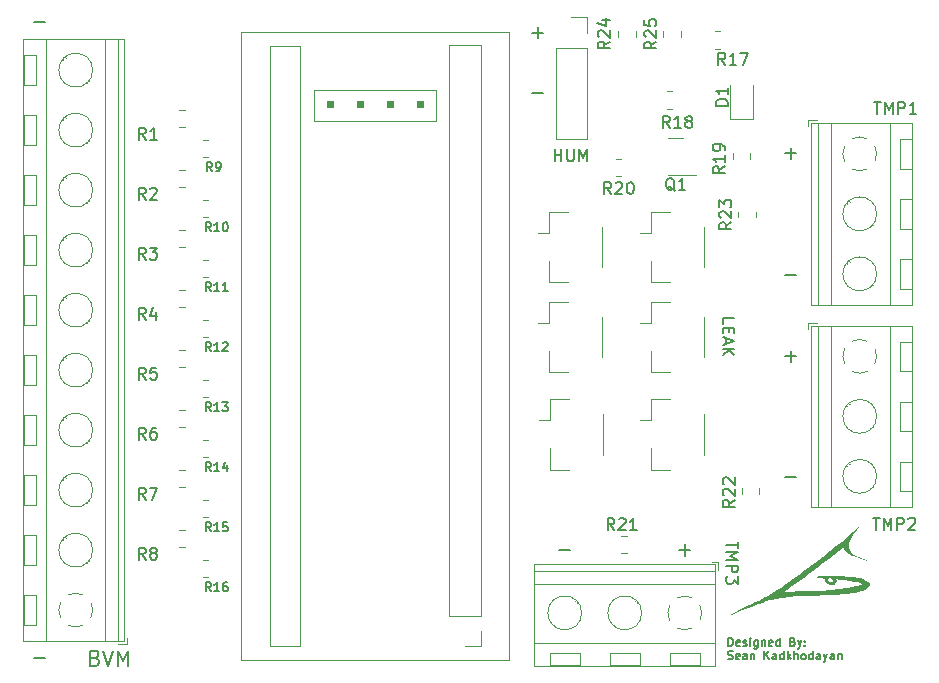
<source format=gbr>
%TF.GenerationSoftware,KiCad,Pcbnew,(6.0.7)*%
%TF.CreationDate,2022-12-23T20:26:00-08:00*%
%TF.ProjectId,SensorStackBoardBluePill,53656e73-6f72-4537-9461-636b426f6172,rev?*%
%TF.SameCoordinates,Original*%
%TF.FileFunction,Legend,Top*%
%TF.FilePolarity,Positive*%
%FSLAX46Y46*%
G04 Gerber Fmt 4.6, Leading zero omitted, Abs format (unit mm)*
G04 Created by KiCad (PCBNEW (6.0.7)) date 2022-12-23 20:26:00*
%MOMM*%
%LPD*%
G01*
G04 APERTURE LIST*
%ADD10C,0.150000*%
%ADD11C,0.200000*%
%ADD12C,0.130000*%
%ADD13C,0.120000*%
%ADD14C,0.100000*%
G04 APERTURE END LIST*
D10*
X167666666Y-58852380D02*
X168238095Y-58852380D01*
X167952380Y-59852380D02*
X167952380Y-58852380D01*
X168571428Y-59852380D02*
X168571428Y-58852380D01*
X168904761Y-59566666D01*
X169238095Y-58852380D01*
X169238095Y-59852380D01*
X169714285Y-59852380D02*
X169714285Y-58852380D01*
X170095238Y-58852380D01*
X170190476Y-58900000D01*
X170238095Y-58947619D01*
X170285714Y-59042857D01*
X170285714Y-59185714D01*
X170238095Y-59280952D01*
X170190476Y-59328571D01*
X170095238Y-59376190D01*
X169714285Y-59376190D01*
X171238095Y-59852380D02*
X170666666Y-59852380D01*
X170952380Y-59852380D02*
X170952380Y-58852380D01*
X170857142Y-58995238D01*
X170761904Y-59090476D01*
X170666666Y-59138095D01*
D11*
X138723809Y-52989285D02*
X139676190Y-52989285D01*
X139200000Y-53465476D02*
X139200000Y-52513095D01*
D10*
X167566666Y-94052380D02*
X168138095Y-94052380D01*
X167852380Y-95052380D02*
X167852380Y-94052380D01*
X168471428Y-95052380D02*
X168471428Y-94052380D01*
X168804761Y-94766666D01*
X169138095Y-94052380D01*
X169138095Y-95052380D01*
X169614285Y-95052380D02*
X169614285Y-94052380D01*
X169995238Y-94052380D01*
X170090476Y-94100000D01*
X170138095Y-94147619D01*
X170185714Y-94242857D01*
X170185714Y-94385714D01*
X170138095Y-94480952D01*
X170090476Y-94528571D01*
X169995238Y-94576190D01*
X169614285Y-94576190D01*
X170566666Y-94147619D02*
X170614285Y-94100000D01*
X170709523Y-94052380D01*
X170947619Y-94052380D01*
X171042857Y-94100000D01*
X171090476Y-94147619D01*
X171138095Y-94242857D01*
X171138095Y-94338095D01*
X171090476Y-94480952D01*
X170519047Y-95052380D01*
X171138095Y-95052380D01*
D11*
X96523809Y-105889285D02*
X97476190Y-105889285D01*
X96523809Y-52089285D02*
X97476190Y-52089285D01*
X160123809Y-63189285D02*
X161076190Y-63189285D01*
X160600000Y-63665476D02*
X160600000Y-62713095D01*
X101739285Y-105910714D02*
X101917857Y-105970238D01*
X101977380Y-106029761D01*
X102036904Y-106148809D01*
X102036904Y-106327380D01*
X101977380Y-106446428D01*
X101917857Y-106505952D01*
X101798809Y-106565476D01*
X101322619Y-106565476D01*
X101322619Y-105315476D01*
X101739285Y-105315476D01*
X101858333Y-105375000D01*
X101917857Y-105434523D01*
X101977380Y-105553571D01*
X101977380Y-105672619D01*
X101917857Y-105791666D01*
X101858333Y-105851190D01*
X101739285Y-105910714D01*
X101322619Y-105910714D01*
X102394047Y-105315476D02*
X102810714Y-106565476D01*
X103227380Y-105315476D01*
X103644047Y-106565476D02*
X103644047Y-105315476D01*
X104060714Y-106208333D01*
X104477380Y-105315476D01*
X104477380Y-106565476D01*
X141001809Y-96789285D02*
X141954190Y-96789285D01*
X160123809Y-73490285D02*
X161076190Y-73490285D01*
X160123809Y-90635285D02*
X161076190Y-90635285D01*
D10*
X154847619Y-77628571D02*
X154847619Y-77152380D01*
X155847619Y-77152380D01*
X155371428Y-77961904D02*
X155371428Y-78295238D01*
X154847619Y-78438095D02*
X154847619Y-77961904D01*
X155847619Y-77961904D01*
X155847619Y-78438095D01*
X155133333Y-78819047D02*
X155133333Y-79295238D01*
X154847619Y-78723809D02*
X155847619Y-79057142D01*
X154847619Y-79390476D01*
X154847619Y-79723809D02*
X155847619Y-79723809D01*
X154847619Y-80295238D02*
X155419047Y-79866666D01*
X155847619Y-80295238D02*
X155276190Y-79723809D01*
D12*
X155318166Y-104909166D02*
X155318166Y-104209166D01*
X155484833Y-104209166D01*
X155584833Y-104242500D01*
X155651500Y-104309166D01*
X155684833Y-104375833D01*
X155718166Y-104509166D01*
X155718166Y-104609166D01*
X155684833Y-104742500D01*
X155651500Y-104809166D01*
X155584833Y-104875833D01*
X155484833Y-104909166D01*
X155318166Y-104909166D01*
X156284833Y-104875833D02*
X156218166Y-104909166D01*
X156084833Y-104909166D01*
X156018166Y-104875833D01*
X155984833Y-104809166D01*
X155984833Y-104542500D01*
X156018166Y-104475833D01*
X156084833Y-104442500D01*
X156218166Y-104442500D01*
X156284833Y-104475833D01*
X156318166Y-104542500D01*
X156318166Y-104609166D01*
X155984833Y-104675833D01*
X156584833Y-104875833D02*
X156651500Y-104909166D01*
X156784833Y-104909166D01*
X156851500Y-104875833D01*
X156884833Y-104809166D01*
X156884833Y-104775833D01*
X156851500Y-104709166D01*
X156784833Y-104675833D01*
X156684833Y-104675833D01*
X156618166Y-104642500D01*
X156584833Y-104575833D01*
X156584833Y-104542500D01*
X156618166Y-104475833D01*
X156684833Y-104442500D01*
X156784833Y-104442500D01*
X156851500Y-104475833D01*
X157184833Y-104909166D02*
X157184833Y-104442500D01*
X157184833Y-104209166D02*
X157151500Y-104242500D01*
X157184833Y-104275833D01*
X157218166Y-104242500D01*
X157184833Y-104209166D01*
X157184833Y-104275833D01*
X157818166Y-104442500D02*
X157818166Y-105009166D01*
X157784833Y-105075833D01*
X157751500Y-105109166D01*
X157684833Y-105142500D01*
X157584833Y-105142500D01*
X157518166Y-105109166D01*
X157818166Y-104875833D02*
X157751500Y-104909166D01*
X157618166Y-104909166D01*
X157551500Y-104875833D01*
X157518166Y-104842500D01*
X157484833Y-104775833D01*
X157484833Y-104575833D01*
X157518166Y-104509166D01*
X157551500Y-104475833D01*
X157618166Y-104442500D01*
X157751500Y-104442500D01*
X157818166Y-104475833D01*
X158151500Y-104442500D02*
X158151500Y-104909166D01*
X158151500Y-104509166D02*
X158184833Y-104475833D01*
X158251500Y-104442500D01*
X158351500Y-104442500D01*
X158418166Y-104475833D01*
X158451500Y-104542500D01*
X158451500Y-104909166D01*
X159051500Y-104875833D02*
X158984833Y-104909166D01*
X158851500Y-104909166D01*
X158784833Y-104875833D01*
X158751500Y-104809166D01*
X158751500Y-104542500D01*
X158784833Y-104475833D01*
X158851500Y-104442500D01*
X158984833Y-104442500D01*
X159051500Y-104475833D01*
X159084833Y-104542500D01*
X159084833Y-104609166D01*
X158751500Y-104675833D01*
X159684833Y-104909166D02*
X159684833Y-104209166D01*
X159684833Y-104875833D02*
X159618166Y-104909166D01*
X159484833Y-104909166D01*
X159418166Y-104875833D01*
X159384833Y-104842500D01*
X159351500Y-104775833D01*
X159351500Y-104575833D01*
X159384833Y-104509166D01*
X159418166Y-104475833D01*
X159484833Y-104442500D01*
X159618166Y-104442500D01*
X159684833Y-104475833D01*
X160784833Y-104542500D02*
X160884833Y-104575833D01*
X160918166Y-104609166D01*
X160951500Y-104675833D01*
X160951500Y-104775833D01*
X160918166Y-104842500D01*
X160884833Y-104875833D01*
X160818166Y-104909166D01*
X160551500Y-104909166D01*
X160551500Y-104209166D01*
X160784833Y-104209166D01*
X160851500Y-104242500D01*
X160884833Y-104275833D01*
X160918166Y-104342500D01*
X160918166Y-104409166D01*
X160884833Y-104475833D01*
X160851500Y-104509166D01*
X160784833Y-104542500D01*
X160551500Y-104542500D01*
X161184833Y-104442500D02*
X161351500Y-104909166D01*
X161518166Y-104442500D02*
X161351500Y-104909166D01*
X161284833Y-105075833D01*
X161251500Y-105109166D01*
X161184833Y-105142500D01*
X161784833Y-104842500D02*
X161818166Y-104875833D01*
X161784833Y-104909166D01*
X161751500Y-104875833D01*
X161784833Y-104842500D01*
X161784833Y-104909166D01*
X161784833Y-104475833D02*
X161818166Y-104509166D01*
X161784833Y-104542500D01*
X161751500Y-104509166D01*
X161784833Y-104475833D01*
X161784833Y-104542500D01*
X155284833Y-106002833D02*
X155384833Y-106036166D01*
X155551500Y-106036166D01*
X155618166Y-106002833D01*
X155651500Y-105969500D01*
X155684833Y-105902833D01*
X155684833Y-105836166D01*
X155651500Y-105769500D01*
X155618166Y-105736166D01*
X155551500Y-105702833D01*
X155418166Y-105669500D01*
X155351500Y-105636166D01*
X155318166Y-105602833D01*
X155284833Y-105536166D01*
X155284833Y-105469500D01*
X155318166Y-105402833D01*
X155351500Y-105369500D01*
X155418166Y-105336166D01*
X155584833Y-105336166D01*
X155684833Y-105369500D01*
X156251500Y-106002833D02*
X156184833Y-106036166D01*
X156051500Y-106036166D01*
X155984833Y-106002833D01*
X155951500Y-105936166D01*
X155951500Y-105669500D01*
X155984833Y-105602833D01*
X156051500Y-105569500D01*
X156184833Y-105569500D01*
X156251500Y-105602833D01*
X156284833Y-105669500D01*
X156284833Y-105736166D01*
X155951500Y-105802833D01*
X156884833Y-106036166D02*
X156884833Y-105669500D01*
X156851500Y-105602833D01*
X156784833Y-105569500D01*
X156651500Y-105569500D01*
X156584833Y-105602833D01*
X156884833Y-106002833D02*
X156818166Y-106036166D01*
X156651500Y-106036166D01*
X156584833Y-106002833D01*
X156551500Y-105936166D01*
X156551500Y-105869500D01*
X156584833Y-105802833D01*
X156651500Y-105769500D01*
X156818166Y-105769500D01*
X156884833Y-105736166D01*
X157218166Y-105569500D02*
X157218166Y-106036166D01*
X157218166Y-105636166D02*
X157251500Y-105602833D01*
X157318166Y-105569500D01*
X157418166Y-105569500D01*
X157484833Y-105602833D01*
X157518166Y-105669500D01*
X157518166Y-106036166D01*
X158384833Y-106036166D02*
X158384833Y-105336166D01*
X158784833Y-106036166D02*
X158484833Y-105636166D01*
X158784833Y-105336166D02*
X158384833Y-105736166D01*
X159384833Y-106036166D02*
X159384833Y-105669500D01*
X159351500Y-105602833D01*
X159284833Y-105569500D01*
X159151500Y-105569500D01*
X159084833Y-105602833D01*
X159384833Y-106002833D02*
X159318166Y-106036166D01*
X159151500Y-106036166D01*
X159084833Y-106002833D01*
X159051500Y-105936166D01*
X159051500Y-105869500D01*
X159084833Y-105802833D01*
X159151500Y-105769500D01*
X159318166Y-105769500D01*
X159384833Y-105736166D01*
X160018166Y-106036166D02*
X160018166Y-105336166D01*
X160018166Y-106002833D02*
X159951500Y-106036166D01*
X159818166Y-106036166D01*
X159751500Y-106002833D01*
X159718166Y-105969500D01*
X159684833Y-105902833D01*
X159684833Y-105702833D01*
X159718166Y-105636166D01*
X159751500Y-105602833D01*
X159818166Y-105569500D01*
X159951500Y-105569500D01*
X160018166Y-105602833D01*
X160351500Y-106036166D02*
X160351500Y-105336166D01*
X160418166Y-105769500D02*
X160618166Y-106036166D01*
X160618166Y-105569500D02*
X160351500Y-105836166D01*
X160918166Y-106036166D02*
X160918166Y-105336166D01*
X161218166Y-106036166D02*
X161218166Y-105669500D01*
X161184833Y-105602833D01*
X161118166Y-105569500D01*
X161018166Y-105569500D01*
X160951500Y-105602833D01*
X160918166Y-105636166D01*
X161651500Y-106036166D02*
X161584833Y-106002833D01*
X161551500Y-105969500D01*
X161518166Y-105902833D01*
X161518166Y-105702833D01*
X161551500Y-105636166D01*
X161584833Y-105602833D01*
X161651500Y-105569500D01*
X161751500Y-105569500D01*
X161818166Y-105602833D01*
X161851500Y-105636166D01*
X161884833Y-105702833D01*
X161884833Y-105902833D01*
X161851500Y-105969500D01*
X161818166Y-106002833D01*
X161751500Y-106036166D01*
X161651500Y-106036166D01*
X162484833Y-106036166D02*
X162484833Y-105336166D01*
X162484833Y-106002833D02*
X162418166Y-106036166D01*
X162284833Y-106036166D01*
X162218166Y-106002833D01*
X162184833Y-105969500D01*
X162151500Y-105902833D01*
X162151500Y-105702833D01*
X162184833Y-105636166D01*
X162218166Y-105602833D01*
X162284833Y-105569500D01*
X162418166Y-105569500D01*
X162484833Y-105602833D01*
X163118166Y-106036166D02*
X163118166Y-105669500D01*
X163084833Y-105602833D01*
X163018166Y-105569500D01*
X162884833Y-105569500D01*
X162818166Y-105602833D01*
X163118166Y-106002833D02*
X163051500Y-106036166D01*
X162884833Y-106036166D01*
X162818166Y-106002833D01*
X162784833Y-105936166D01*
X162784833Y-105869500D01*
X162818166Y-105802833D01*
X162884833Y-105769500D01*
X163051500Y-105769500D01*
X163118166Y-105736166D01*
X163384833Y-105569500D02*
X163551500Y-106036166D01*
X163718166Y-105569500D02*
X163551500Y-106036166D01*
X163484833Y-106202833D01*
X163451500Y-106236166D01*
X163384833Y-106269500D01*
X164284833Y-106036166D02*
X164284833Y-105669500D01*
X164251500Y-105602833D01*
X164184833Y-105569500D01*
X164051500Y-105569500D01*
X163984833Y-105602833D01*
X164284833Y-106002833D02*
X164218166Y-106036166D01*
X164051500Y-106036166D01*
X163984833Y-106002833D01*
X163951500Y-105936166D01*
X163951500Y-105869500D01*
X163984833Y-105802833D01*
X164051500Y-105769500D01*
X164218166Y-105769500D01*
X164284833Y-105736166D01*
X164618166Y-105569500D02*
X164618166Y-106036166D01*
X164618166Y-105636166D02*
X164651500Y-105602833D01*
X164718166Y-105569500D01*
X164818166Y-105569500D01*
X164884833Y-105602833D01*
X164918166Y-105669500D01*
X164918166Y-106036166D01*
D11*
X160123809Y-80389285D02*
X161076190Y-80389285D01*
X160600000Y-80865476D02*
X160600000Y-79913095D01*
X138723809Y-58089285D02*
X139676190Y-58089285D01*
X151161809Y-96789285D02*
X152114190Y-96789285D01*
X151638000Y-97265476D02*
X151638000Y-96313095D01*
D10*
X156147619Y-96066666D02*
X156147619Y-96638095D01*
X155147619Y-96352380D02*
X156147619Y-96352380D01*
X155147619Y-96971428D02*
X156147619Y-96971428D01*
X155433333Y-97304761D01*
X156147619Y-97638095D01*
X155147619Y-97638095D01*
X155147619Y-98114285D02*
X156147619Y-98114285D01*
X156147619Y-98495238D01*
X156100000Y-98590476D01*
X156052380Y-98638095D01*
X155957142Y-98685714D01*
X155814285Y-98685714D01*
X155719047Y-98638095D01*
X155671428Y-98590476D01*
X155623809Y-98495238D01*
X155623809Y-98114285D01*
X156147619Y-99019047D02*
X156147619Y-99638095D01*
X155766666Y-99304761D01*
X155766666Y-99447619D01*
X155719047Y-99542857D01*
X155671428Y-99590476D01*
X155576190Y-99638095D01*
X155338095Y-99638095D01*
X155242857Y-99590476D01*
X155195238Y-99542857D01*
X155147619Y-99447619D01*
X155147619Y-99161904D01*
X155195238Y-99066666D01*
X155242857Y-99019047D01*
X140619047Y-63852380D02*
X140619047Y-62852380D01*
X140619047Y-63328571D02*
X141190476Y-63328571D01*
X141190476Y-63852380D02*
X141190476Y-62852380D01*
X141666666Y-62852380D02*
X141666666Y-63661904D01*
X141714285Y-63757142D01*
X141761904Y-63804761D01*
X141857142Y-63852380D01*
X142047619Y-63852380D01*
X142142857Y-63804761D01*
X142190476Y-63757142D01*
X142238095Y-63661904D01*
X142238095Y-62852380D01*
X142714285Y-63852380D02*
X142714285Y-62852380D01*
X143047619Y-63566666D01*
X143380952Y-62852380D01*
X143380952Y-63852380D01*
%TO.C,R12*%
X111519857Y-79949285D02*
X111269857Y-79592142D01*
X111091285Y-79949285D02*
X111091285Y-79199285D01*
X111377000Y-79199285D01*
X111448428Y-79235000D01*
X111484142Y-79270714D01*
X111519857Y-79342142D01*
X111519857Y-79449285D01*
X111484142Y-79520714D01*
X111448428Y-79556428D01*
X111377000Y-79592142D01*
X111091285Y-79592142D01*
X112234142Y-79949285D02*
X111805571Y-79949285D01*
X112019857Y-79949285D02*
X112019857Y-79199285D01*
X111948428Y-79306428D01*
X111877000Y-79377857D01*
X111805571Y-79413571D01*
X112519857Y-79270714D02*
X112555571Y-79235000D01*
X112627000Y-79199285D01*
X112805571Y-79199285D01*
X112877000Y-79235000D01*
X112912714Y-79270714D01*
X112948428Y-79342142D01*
X112948428Y-79413571D01*
X112912714Y-79520714D01*
X112484142Y-79949285D01*
X112948428Y-79949285D01*
%TO.C,R14*%
X111519857Y-90109285D02*
X111269857Y-89752142D01*
X111091285Y-90109285D02*
X111091285Y-89359285D01*
X111377000Y-89359285D01*
X111448428Y-89395000D01*
X111484142Y-89430714D01*
X111519857Y-89502142D01*
X111519857Y-89609285D01*
X111484142Y-89680714D01*
X111448428Y-89716428D01*
X111377000Y-89752142D01*
X111091285Y-89752142D01*
X112234142Y-90109285D02*
X111805571Y-90109285D01*
X112019857Y-90109285D02*
X112019857Y-89359285D01*
X111948428Y-89466428D01*
X111877000Y-89537857D01*
X111805571Y-89573571D01*
X112877000Y-89609285D02*
X112877000Y-90109285D01*
X112698428Y-89323571D02*
X112519857Y-89859285D01*
X112984142Y-89859285D01*
%TO.C,R1*%
X105993333Y-62028380D02*
X105660000Y-61552190D01*
X105421904Y-62028380D02*
X105421904Y-61028380D01*
X105802857Y-61028380D01*
X105898095Y-61076000D01*
X105945714Y-61123619D01*
X105993333Y-61218857D01*
X105993333Y-61361714D01*
X105945714Y-61456952D01*
X105898095Y-61504571D01*
X105802857Y-61552190D01*
X105421904Y-61552190D01*
X106945714Y-62028380D02*
X106374285Y-62028380D01*
X106660000Y-62028380D02*
X106660000Y-61028380D01*
X106564761Y-61171238D01*
X106469523Y-61266476D01*
X106374285Y-61314095D01*
%TO.C,R18*%
X150360142Y-61031380D02*
X150026809Y-60555190D01*
X149788714Y-61031380D02*
X149788714Y-60031380D01*
X150169666Y-60031380D01*
X150264904Y-60079000D01*
X150312523Y-60126619D01*
X150360142Y-60221857D01*
X150360142Y-60364714D01*
X150312523Y-60459952D01*
X150264904Y-60507571D01*
X150169666Y-60555190D01*
X149788714Y-60555190D01*
X151312523Y-61031380D02*
X150741095Y-61031380D01*
X151026809Y-61031380D02*
X151026809Y-60031380D01*
X150931571Y-60174238D01*
X150836333Y-60269476D01*
X150741095Y-60317095D01*
X151883952Y-60459952D02*
X151788714Y-60412333D01*
X151741095Y-60364714D01*
X151693476Y-60269476D01*
X151693476Y-60221857D01*
X151741095Y-60126619D01*
X151788714Y-60079000D01*
X151883952Y-60031380D01*
X152074428Y-60031380D01*
X152169666Y-60079000D01*
X152217285Y-60126619D01*
X152264904Y-60221857D01*
X152264904Y-60269476D01*
X152217285Y-60364714D01*
X152169666Y-60412333D01*
X152074428Y-60459952D01*
X151883952Y-60459952D01*
X151788714Y-60507571D01*
X151741095Y-60555190D01*
X151693476Y-60650428D01*
X151693476Y-60840904D01*
X151741095Y-60936142D01*
X151788714Y-60983761D01*
X151883952Y-61031380D01*
X152074428Y-61031380D01*
X152169666Y-60983761D01*
X152217285Y-60936142D01*
X152264904Y-60840904D01*
X152264904Y-60650428D01*
X152217285Y-60555190D01*
X152169666Y-60507571D01*
X152074428Y-60459952D01*
%TO.C,R17*%
X155059142Y-55696380D02*
X154725809Y-55220190D01*
X154487714Y-55696380D02*
X154487714Y-54696380D01*
X154868666Y-54696380D01*
X154963904Y-54744000D01*
X155011523Y-54791619D01*
X155059142Y-54886857D01*
X155059142Y-55029714D01*
X155011523Y-55124952D01*
X154963904Y-55172571D01*
X154868666Y-55220190D01*
X154487714Y-55220190D01*
X156011523Y-55696380D02*
X155440095Y-55696380D01*
X155725809Y-55696380D02*
X155725809Y-54696380D01*
X155630571Y-54839238D01*
X155535333Y-54934476D01*
X155440095Y-54982095D01*
X156344857Y-54696380D02*
X157011523Y-54696380D01*
X156582952Y-55696380D01*
%TO.C,R21*%
X145676142Y-95086380D02*
X145342809Y-94610190D01*
X145104714Y-95086380D02*
X145104714Y-94086380D01*
X145485666Y-94086380D01*
X145580904Y-94134000D01*
X145628523Y-94181619D01*
X145676142Y-94276857D01*
X145676142Y-94419714D01*
X145628523Y-94514952D01*
X145580904Y-94562571D01*
X145485666Y-94610190D01*
X145104714Y-94610190D01*
X146057095Y-94181619D02*
X146104714Y-94134000D01*
X146199952Y-94086380D01*
X146438047Y-94086380D01*
X146533285Y-94134000D01*
X146580904Y-94181619D01*
X146628523Y-94276857D01*
X146628523Y-94372095D01*
X146580904Y-94514952D01*
X146009476Y-95086380D01*
X146628523Y-95086380D01*
X147580904Y-95086380D02*
X147009476Y-95086380D01*
X147295190Y-95086380D02*
X147295190Y-94086380D01*
X147199952Y-94229238D01*
X147104714Y-94324476D01*
X147009476Y-94372095D01*
%TO.C,R24*%
X145280880Y-53728857D02*
X144804690Y-54062190D01*
X145280880Y-54300285D02*
X144280880Y-54300285D01*
X144280880Y-53919333D01*
X144328500Y-53824095D01*
X144376119Y-53776476D01*
X144471357Y-53728857D01*
X144614214Y-53728857D01*
X144709452Y-53776476D01*
X144757071Y-53824095D01*
X144804690Y-53919333D01*
X144804690Y-54300285D01*
X144376119Y-53347904D02*
X144328500Y-53300285D01*
X144280880Y-53205047D01*
X144280880Y-52966952D01*
X144328500Y-52871714D01*
X144376119Y-52824095D01*
X144471357Y-52776476D01*
X144566595Y-52776476D01*
X144709452Y-52824095D01*
X145280880Y-53395523D01*
X145280880Y-52776476D01*
X144614214Y-51919333D02*
X145280880Y-51919333D01*
X144233261Y-52157428D02*
X144947547Y-52395523D01*
X144947547Y-51776476D01*
%TO.C,R6*%
X105993333Y-87428380D02*
X105660000Y-86952190D01*
X105421904Y-87428380D02*
X105421904Y-86428380D01*
X105802857Y-86428380D01*
X105898095Y-86476000D01*
X105945714Y-86523619D01*
X105993333Y-86618857D01*
X105993333Y-86761714D01*
X105945714Y-86856952D01*
X105898095Y-86904571D01*
X105802857Y-86952190D01*
X105421904Y-86952190D01*
X106850476Y-86428380D02*
X106660000Y-86428380D01*
X106564761Y-86476000D01*
X106517142Y-86523619D01*
X106421904Y-86666476D01*
X106374285Y-86856952D01*
X106374285Y-87237904D01*
X106421904Y-87333142D01*
X106469523Y-87380761D01*
X106564761Y-87428380D01*
X106755238Y-87428380D01*
X106850476Y-87380761D01*
X106898095Y-87333142D01*
X106945714Y-87237904D01*
X106945714Y-86999809D01*
X106898095Y-86904571D01*
X106850476Y-86856952D01*
X106755238Y-86809333D01*
X106564761Y-86809333D01*
X106469523Y-86856952D01*
X106421904Y-86904571D01*
X106374285Y-86999809D01*
%TO.C,R23*%
X155574380Y-69042857D02*
X155098190Y-69376190D01*
X155574380Y-69614285D02*
X154574380Y-69614285D01*
X154574380Y-69233333D01*
X154622000Y-69138095D01*
X154669619Y-69090476D01*
X154764857Y-69042857D01*
X154907714Y-69042857D01*
X155002952Y-69090476D01*
X155050571Y-69138095D01*
X155098190Y-69233333D01*
X155098190Y-69614285D01*
X154669619Y-68661904D02*
X154622000Y-68614285D01*
X154574380Y-68519047D01*
X154574380Y-68280952D01*
X154622000Y-68185714D01*
X154669619Y-68138095D01*
X154764857Y-68090476D01*
X154860095Y-68090476D01*
X155002952Y-68138095D01*
X155574380Y-68709523D01*
X155574380Y-68090476D01*
X154574380Y-67757142D02*
X154574380Y-67138095D01*
X154955333Y-67471428D01*
X154955333Y-67328571D01*
X155002952Y-67233333D01*
X155050571Y-67185714D01*
X155145809Y-67138095D01*
X155383904Y-67138095D01*
X155479142Y-67185714D01*
X155526761Y-67233333D01*
X155574380Y-67328571D01*
X155574380Y-67614285D01*
X155526761Y-67709523D01*
X155479142Y-67757142D01*
%TO.C,R19*%
X155011380Y-64303921D02*
X154535190Y-64637254D01*
X155011380Y-64875349D02*
X154011380Y-64875349D01*
X154011380Y-64494397D01*
X154059000Y-64399159D01*
X154106619Y-64351540D01*
X154201857Y-64303921D01*
X154344714Y-64303921D01*
X154439952Y-64351540D01*
X154487571Y-64399159D01*
X154535190Y-64494397D01*
X154535190Y-64875349D01*
X155011380Y-63351540D02*
X155011380Y-63922968D01*
X155011380Y-63637254D02*
X154011380Y-63637254D01*
X154154238Y-63732492D01*
X154249476Y-63827730D01*
X154297095Y-63922968D01*
X155011380Y-62875349D02*
X155011380Y-62684873D01*
X154963761Y-62589635D01*
X154916142Y-62542016D01*
X154773285Y-62446778D01*
X154582809Y-62399159D01*
X154201857Y-62399159D01*
X154106619Y-62446778D01*
X154059000Y-62494397D01*
X154011380Y-62589635D01*
X154011380Y-62780111D01*
X154059000Y-62875349D01*
X154106619Y-62922968D01*
X154201857Y-62970587D01*
X154439952Y-62970587D01*
X154535190Y-62922968D01*
X154582809Y-62875349D01*
X154630428Y-62780111D01*
X154630428Y-62589635D01*
X154582809Y-62494397D01*
X154535190Y-62446778D01*
X154439952Y-62399159D01*
%TO.C,R2*%
X105993333Y-67108380D02*
X105660000Y-66632190D01*
X105421904Y-67108380D02*
X105421904Y-66108380D01*
X105802857Y-66108380D01*
X105898095Y-66156000D01*
X105945714Y-66203619D01*
X105993333Y-66298857D01*
X105993333Y-66441714D01*
X105945714Y-66536952D01*
X105898095Y-66584571D01*
X105802857Y-66632190D01*
X105421904Y-66632190D01*
X106374285Y-66203619D02*
X106421904Y-66156000D01*
X106517142Y-66108380D01*
X106755238Y-66108380D01*
X106850476Y-66156000D01*
X106898095Y-66203619D01*
X106945714Y-66298857D01*
X106945714Y-66394095D01*
X106898095Y-66536952D01*
X106326666Y-67108380D01*
X106945714Y-67108380D01*
%TO.C,R5*%
X105993333Y-82348380D02*
X105660000Y-81872190D01*
X105421904Y-82348380D02*
X105421904Y-81348380D01*
X105802857Y-81348380D01*
X105898095Y-81396000D01*
X105945714Y-81443619D01*
X105993333Y-81538857D01*
X105993333Y-81681714D01*
X105945714Y-81776952D01*
X105898095Y-81824571D01*
X105802857Y-81872190D01*
X105421904Y-81872190D01*
X106898095Y-81348380D02*
X106421904Y-81348380D01*
X106374285Y-81824571D01*
X106421904Y-81776952D01*
X106517142Y-81729333D01*
X106755238Y-81729333D01*
X106850476Y-81776952D01*
X106898095Y-81824571D01*
X106945714Y-81919809D01*
X106945714Y-82157904D01*
X106898095Y-82253142D01*
X106850476Y-82300761D01*
X106755238Y-82348380D01*
X106517142Y-82348380D01*
X106421904Y-82300761D01*
X106374285Y-82253142D01*
%TO.C,Q1*%
X150780761Y-66381619D02*
X150685523Y-66334000D01*
X150590285Y-66238761D01*
X150447428Y-66095904D01*
X150352190Y-66048285D01*
X150256952Y-66048285D01*
X150304571Y-66286380D02*
X150209333Y-66238761D01*
X150114095Y-66143523D01*
X150066476Y-65953047D01*
X150066476Y-65619714D01*
X150114095Y-65429238D01*
X150209333Y-65334000D01*
X150304571Y-65286380D01*
X150495047Y-65286380D01*
X150590285Y-65334000D01*
X150685523Y-65429238D01*
X150733142Y-65619714D01*
X150733142Y-65953047D01*
X150685523Y-66143523D01*
X150590285Y-66238761D01*
X150495047Y-66286380D01*
X150304571Y-66286380D01*
X151685523Y-66286380D02*
X151114095Y-66286380D01*
X151399809Y-66286380D02*
X151399809Y-65286380D01*
X151304571Y-65429238D01*
X151209333Y-65524476D01*
X151114095Y-65572095D01*
%TO.C,R16*%
X111519857Y-100269285D02*
X111269857Y-99912142D01*
X111091285Y-100269285D02*
X111091285Y-99519285D01*
X111377000Y-99519285D01*
X111448428Y-99555000D01*
X111484142Y-99590714D01*
X111519857Y-99662142D01*
X111519857Y-99769285D01*
X111484142Y-99840714D01*
X111448428Y-99876428D01*
X111377000Y-99912142D01*
X111091285Y-99912142D01*
X112234142Y-100269285D02*
X111805571Y-100269285D01*
X112019857Y-100269285D02*
X112019857Y-99519285D01*
X111948428Y-99626428D01*
X111877000Y-99697857D01*
X111805571Y-99733571D01*
X112877000Y-99519285D02*
X112734142Y-99519285D01*
X112662714Y-99555000D01*
X112627000Y-99590714D01*
X112555571Y-99697857D01*
X112519857Y-99840714D01*
X112519857Y-100126428D01*
X112555571Y-100197857D01*
X112591285Y-100233571D01*
X112662714Y-100269285D01*
X112805571Y-100269285D01*
X112877000Y-100233571D01*
X112912714Y-100197857D01*
X112948428Y-100126428D01*
X112948428Y-99947857D01*
X112912714Y-99876428D01*
X112877000Y-99840714D01*
X112805571Y-99805000D01*
X112662714Y-99805000D01*
X112591285Y-99840714D01*
X112555571Y-99876428D01*
X112519857Y-99947857D01*
%TO.C,R7*%
X105993333Y-92508380D02*
X105660000Y-92032190D01*
X105421904Y-92508380D02*
X105421904Y-91508380D01*
X105802857Y-91508380D01*
X105898095Y-91556000D01*
X105945714Y-91603619D01*
X105993333Y-91698857D01*
X105993333Y-91841714D01*
X105945714Y-91936952D01*
X105898095Y-91984571D01*
X105802857Y-92032190D01*
X105421904Y-92032190D01*
X106326666Y-91508380D02*
X106993333Y-91508380D01*
X106564761Y-92508380D01*
%TO.C,R8*%
X105993333Y-97588380D02*
X105660000Y-97112190D01*
X105421904Y-97588380D02*
X105421904Y-96588380D01*
X105802857Y-96588380D01*
X105898095Y-96636000D01*
X105945714Y-96683619D01*
X105993333Y-96778857D01*
X105993333Y-96921714D01*
X105945714Y-97016952D01*
X105898095Y-97064571D01*
X105802857Y-97112190D01*
X105421904Y-97112190D01*
X106564761Y-97016952D02*
X106469523Y-96969333D01*
X106421904Y-96921714D01*
X106374285Y-96826476D01*
X106374285Y-96778857D01*
X106421904Y-96683619D01*
X106469523Y-96636000D01*
X106564761Y-96588380D01*
X106755238Y-96588380D01*
X106850476Y-96636000D01*
X106898095Y-96683619D01*
X106945714Y-96778857D01*
X106945714Y-96826476D01*
X106898095Y-96921714D01*
X106850476Y-96969333D01*
X106755238Y-97016952D01*
X106564761Y-97016952D01*
X106469523Y-97064571D01*
X106421904Y-97112190D01*
X106374285Y-97207428D01*
X106374285Y-97397904D01*
X106421904Y-97493142D01*
X106469523Y-97540761D01*
X106564761Y-97588380D01*
X106755238Y-97588380D01*
X106850476Y-97540761D01*
X106898095Y-97493142D01*
X106945714Y-97397904D01*
X106945714Y-97207428D01*
X106898095Y-97112190D01*
X106850476Y-97064571D01*
X106755238Y-97016952D01*
%TO.C,R10*%
X111519857Y-69789285D02*
X111269857Y-69432142D01*
X111091285Y-69789285D02*
X111091285Y-69039285D01*
X111377000Y-69039285D01*
X111448428Y-69075000D01*
X111484142Y-69110714D01*
X111519857Y-69182142D01*
X111519857Y-69289285D01*
X111484142Y-69360714D01*
X111448428Y-69396428D01*
X111377000Y-69432142D01*
X111091285Y-69432142D01*
X112234142Y-69789285D02*
X111805571Y-69789285D01*
X112019857Y-69789285D02*
X112019857Y-69039285D01*
X111948428Y-69146428D01*
X111877000Y-69217857D01*
X111805571Y-69253571D01*
X112698428Y-69039285D02*
X112769857Y-69039285D01*
X112841285Y-69075000D01*
X112877000Y-69110714D01*
X112912714Y-69182142D01*
X112948428Y-69325000D01*
X112948428Y-69503571D01*
X112912714Y-69646428D01*
X112877000Y-69717857D01*
X112841285Y-69753571D01*
X112769857Y-69789285D01*
X112698428Y-69789285D01*
X112627000Y-69753571D01*
X112591285Y-69717857D01*
X112555571Y-69646428D01*
X112519857Y-69503571D01*
X112519857Y-69325000D01*
X112555571Y-69182142D01*
X112591285Y-69110714D01*
X112627000Y-69075000D01*
X112698428Y-69039285D01*
%TO.C,R25*%
X149217880Y-53728857D02*
X148741690Y-54062190D01*
X149217880Y-54300285D02*
X148217880Y-54300285D01*
X148217880Y-53919333D01*
X148265500Y-53824095D01*
X148313119Y-53776476D01*
X148408357Y-53728857D01*
X148551214Y-53728857D01*
X148646452Y-53776476D01*
X148694071Y-53824095D01*
X148741690Y-53919333D01*
X148741690Y-54300285D01*
X148313119Y-53347904D02*
X148265500Y-53300285D01*
X148217880Y-53205047D01*
X148217880Y-52966952D01*
X148265500Y-52871714D01*
X148313119Y-52824095D01*
X148408357Y-52776476D01*
X148503595Y-52776476D01*
X148646452Y-52824095D01*
X149217880Y-53395523D01*
X149217880Y-52776476D01*
X148217880Y-51871714D02*
X148217880Y-52347904D01*
X148694071Y-52395523D01*
X148646452Y-52347904D01*
X148598833Y-52252666D01*
X148598833Y-52014571D01*
X148646452Y-51919333D01*
X148694071Y-51871714D01*
X148789309Y-51824095D01*
X149027404Y-51824095D01*
X149122642Y-51871714D01*
X149170261Y-51919333D01*
X149217880Y-52014571D01*
X149217880Y-52252666D01*
X149170261Y-52347904D01*
X149122642Y-52395523D01*
%TO.C,R20*%
X145407142Y-66619380D02*
X145073809Y-66143190D01*
X144835714Y-66619380D02*
X144835714Y-65619380D01*
X145216666Y-65619380D01*
X145311904Y-65667000D01*
X145359523Y-65714619D01*
X145407142Y-65809857D01*
X145407142Y-65952714D01*
X145359523Y-66047952D01*
X145311904Y-66095571D01*
X145216666Y-66143190D01*
X144835714Y-66143190D01*
X145788095Y-65714619D02*
X145835714Y-65667000D01*
X145930952Y-65619380D01*
X146169047Y-65619380D01*
X146264285Y-65667000D01*
X146311904Y-65714619D01*
X146359523Y-65809857D01*
X146359523Y-65905095D01*
X146311904Y-66047952D01*
X145740476Y-66619380D01*
X146359523Y-66619380D01*
X146978571Y-65619380D02*
X147073809Y-65619380D01*
X147169047Y-65667000D01*
X147216666Y-65714619D01*
X147264285Y-65809857D01*
X147311904Y-66000333D01*
X147311904Y-66238428D01*
X147264285Y-66428904D01*
X147216666Y-66524142D01*
X147169047Y-66571761D01*
X147073809Y-66619380D01*
X146978571Y-66619380D01*
X146883333Y-66571761D01*
X146835714Y-66524142D01*
X146788095Y-66428904D01*
X146740476Y-66238428D01*
X146740476Y-66000333D01*
X146788095Y-65809857D01*
X146835714Y-65714619D01*
X146883333Y-65667000D01*
X146978571Y-65619380D01*
%TO.C,R13*%
X111519857Y-85029285D02*
X111269857Y-84672142D01*
X111091285Y-85029285D02*
X111091285Y-84279285D01*
X111377000Y-84279285D01*
X111448428Y-84315000D01*
X111484142Y-84350714D01*
X111519857Y-84422142D01*
X111519857Y-84529285D01*
X111484142Y-84600714D01*
X111448428Y-84636428D01*
X111377000Y-84672142D01*
X111091285Y-84672142D01*
X112234142Y-85029285D02*
X111805571Y-85029285D01*
X112019857Y-85029285D02*
X112019857Y-84279285D01*
X111948428Y-84386428D01*
X111877000Y-84457857D01*
X111805571Y-84493571D01*
X112484142Y-84279285D02*
X112948428Y-84279285D01*
X112698428Y-84565000D01*
X112805571Y-84565000D01*
X112877000Y-84600714D01*
X112912714Y-84636428D01*
X112948428Y-84707857D01*
X112948428Y-84886428D01*
X112912714Y-84957857D01*
X112877000Y-84993571D01*
X112805571Y-85029285D01*
X112591285Y-85029285D01*
X112519857Y-84993571D01*
X112484142Y-84957857D01*
%TO.C,D1*%
X155266380Y-59158095D02*
X154266380Y-59158095D01*
X154266380Y-58920000D01*
X154314000Y-58777142D01*
X154409238Y-58681904D01*
X154504476Y-58634285D01*
X154694952Y-58586666D01*
X154837809Y-58586666D01*
X155028285Y-58634285D01*
X155123523Y-58681904D01*
X155218761Y-58777142D01*
X155266380Y-58920000D01*
X155266380Y-59158095D01*
X155266380Y-57634285D02*
X155266380Y-58205714D01*
X155266380Y-57920000D02*
X154266380Y-57920000D01*
X154409238Y-58015238D01*
X154504476Y-58110476D01*
X154552095Y-58205714D01*
%TO.C,R22*%
X155852380Y-92542857D02*
X155376190Y-92876190D01*
X155852380Y-93114285D02*
X154852380Y-93114285D01*
X154852380Y-92733333D01*
X154900000Y-92638095D01*
X154947619Y-92590476D01*
X155042857Y-92542857D01*
X155185714Y-92542857D01*
X155280952Y-92590476D01*
X155328571Y-92638095D01*
X155376190Y-92733333D01*
X155376190Y-93114285D01*
X154947619Y-92161904D02*
X154900000Y-92114285D01*
X154852380Y-92019047D01*
X154852380Y-91780952D01*
X154900000Y-91685714D01*
X154947619Y-91638095D01*
X155042857Y-91590476D01*
X155138095Y-91590476D01*
X155280952Y-91638095D01*
X155852380Y-92209523D01*
X155852380Y-91590476D01*
X154947619Y-91209523D02*
X154900000Y-91161904D01*
X154852380Y-91066666D01*
X154852380Y-90828571D01*
X154900000Y-90733333D01*
X154947619Y-90685714D01*
X155042857Y-90638095D01*
X155138095Y-90638095D01*
X155280952Y-90685714D01*
X155852380Y-91257142D01*
X155852380Y-90638095D01*
%TO.C,R11*%
X111519857Y-74869285D02*
X111269857Y-74512142D01*
X111091285Y-74869285D02*
X111091285Y-74119285D01*
X111377000Y-74119285D01*
X111448428Y-74155000D01*
X111484142Y-74190714D01*
X111519857Y-74262142D01*
X111519857Y-74369285D01*
X111484142Y-74440714D01*
X111448428Y-74476428D01*
X111377000Y-74512142D01*
X111091285Y-74512142D01*
X112234142Y-74869285D02*
X111805571Y-74869285D01*
X112019857Y-74869285D02*
X112019857Y-74119285D01*
X111948428Y-74226428D01*
X111877000Y-74297857D01*
X111805571Y-74333571D01*
X112948428Y-74869285D02*
X112519857Y-74869285D01*
X112734142Y-74869285D02*
X112734142Y-74119285D01*
X112662714Y-74226428D01*
X112591285Y-74297857D01*
X112519857Y-74333571D01*
%TO.C,R3*%
X105993333Y-72188380D02*
X105660000Y-71712190D01*
X105421904Y-72188380D02*
X105421904Y-71188380D01*
X105802857Y-71188380D01*
X105898095Y-71236000D01*
X105945714Y-71283619D01*
X105993333Y-71378857D01*
X105993333Y-71521714D01*
X105945714Y-71616952D01*
X105898095Y-71664571D01*
X105802857Y-71712190D01*
X105421904Y-71712190D01*
X106326666Y-71188380D02*
X106945714Y-71188380D01*
X106612380Y-71569333D01*
X106755238Y-71569333D01*
X106850476Y-71616952D01*
X106898095Y-71664571D01*
X106945714Y-71759809D01*
X106945714Y-71997904D01*
X106898095Y-72093142D01*
X106850476Y-72140761D01*
X106755238Y-72188380D01*
X106469523Y-72188380D01*
X106374285Y-72140761D01*
X106326666Y-72093142D01*
%TO.C,R9*%
X111623000Y-64709285D02*
X111373000Y-64352142D01*
X111194428Y-64709285D02*
X111194428Y-63959285D01*
X111480142Y-63959285D01*
X111551571Y-63995000D01*
X111587285Y-64030714D01*
X111623000Y-64102142D01*
X111623000Y-64209285D01*
X111587285Y-64280714D01*
X111551571Y-64316428D01*
X111480142Y-64352142D01*
X111194428Y-64352142D01*
X111980142Y-64709285D02*
X112123000Y-64709285D01*
X112194428Y-64673571D01*
X112230142Y-64637857D01*
X112301571Y-64530714D01*
X112337285Y-64387857D01*
X112337285Y-64102142D01*
X112301571Y-64030714D01*
X112265857Y-63995000D01*
X112194428Y-63959285D01*
X112051571Y-63959285D01*
X111980142Y-63995000D01*
X111944428Y-64030714D01*
X111908714Y-64102142D01*
X111908714Y-64280714D01*
X111944428Y-64352142D01*
X111980142Y-64387857D01*
X112051571Y-64423571D01*
X112194428Y-64423571D01*
X112265857Y-64387857D01*
X112301571Y-64352142D01*
X112337285Y-64280714D01*
%TO.C,R4*%
X105993333Y-77268380D02*
X105660000Y-76792190D01*
X105421904Y-77268380D02*
X105421904Y-76268380D01*
X105802857Y-76268380D01*
X105898095Y-76316000D01*
X105945714Y-76363619D01*
X105993333Y-76458857D01*
X105993333Y-76601714D01*
X105945714Y-76696952D01*
X105898095Y-76744571D01*
X105802857Y-76792190D01*
X105421904Y-76792190D01*
X106850476Y-76601714D02*
X106850476Y-77268380D01*
X106612380Y-76220761D02*
X106374285Y-76935047D01*
X106993333Y-76935047D01*
%TO.C,R15*%
X111519857Y-95189285D02*
X111269857Y-94832142D01*
X111091285Y-95189285D02*
X111091285Y-94439285D01*
X111377000Y-94439285D01*
X111448428Y-94475000D01*
X111484142Y-94510714D01*
X111519857Y-94582142D01*
X111519857Y-94689285D01*
X111484142Y-94760714D01*
X111448428Y-94796428D01*
X111377000Y-94832142D01*
X111091285Y-94832142D01*
X112234142Y-95189285D02*
X111805571Y-95189285D01*
X112019857Y-95189285D02*
X112019857Y-94439285D01*
X111948428Y-94546428D01*
X111877000Y-94617857D01*
X111805571Y-94653571D01*
X112912714Y-94439285D02*
X112555571Y-94439285D01*
X112519857Y-94796428D01*
X112555571Y-94760714D01*
X112627000Y-94725000D01*
X112805571Y-94725000D01*
X112877000Y-94760714D01*
X112912714Y-94796428D01*
X112948428Y-94867857D01*
X112948428Y-95046428D01*
X112912714Y-95117857D01*
X112877000Y-95153571D01*
X112805571Y-95189285D01*
X112627000Y-95189285D01*
X112555571Y-95153571D01*
X112519857Y-95117857D01*
D13*
%TO.C,R12*%
X110857936Y-77275000D02*
X111312064Y-77275000D01*
X110857936Y-78745000D02*
X111312064Y-78745000D01*
%TO.C,R14*%
X110857936Y-88905000D02*
X111312064Y-88905000D01*
X110857936Y-87435000D02*
X111312064Y-87435000D01*
%TO.C,U1*%
X114045000Y-106055000D02*
X114045000Y-52905000D01*
X134370000Y-102340000D02*
X131710000Y-102340000D01*
X120280000Y-60490000D02*
X130560000Y-60490000D01*
X131710000Y-54020000D02*
X134370000Y-54020000D01*
X134370000Y-104940000D02*
X133040000Y-104940000D01*
X130560000Y-57830000D02*
X120280000Y-57830000D01*
X136795000Y-106055000D02*
X114045000Y-106055000D01*
X131710000Y-102340000D02*
X131710000Y-54020000D01*
X119070000Y-54080000D02*
X119070000Y-104880000D01*
X116530000Y-104880000D02*
X116530000Y-54080000D01*
X120280000Y-57830000D02*
X120280000Y-60490000D01*
X116530000Y-54080000D02*
X119070000Y-54080000D01*
X136795000Y-52905000D02*
X136795000Y-106055000D01*
X130560000Y-60490000D02*
X130560000Y-57830000D01*
X119070000Y-104880000D02*
X116530000Y-104880000D01*
X134370000Y-54020000D02*
X134370000Y-102340000D01*
X114045000Y-52905000D02*
X136795000Y-52905000D01*
X134370000Y-103610000D02*
X134370000Y-104940000D01*
G36*
X121856380Y-59314940D02*
G01*
X121348380Y-59314940D01*
X121348380Y-58806940D01*
X121856380Y-58806940D01*
X121856380Y-59314940D01*
G37*
D14*
X121856380Y-59314940D02*
X121348380Y-59314940D01*
X121348380Y-58806940D01*
X121856380Y-58806940D01*
X121856380Y-59314940D01*
G36*
X124396380Y-59314940D02*
G01*
X123888380Y-59314940D01*
X123888380Y-58806940D01*
X124396380Y-58806940D01*
X124396380Y-59314940D01*
G37*
X124396380Y-59314940D02*
X123888380Y-59314940D01*
X123888380Y-58806940D01*
X124396380Y-58806940D01*
X124396380Y-59314940D01*
G36*
X126936380Y-59314940D02*
G01*
X126428380Y-59314940D01*
X126428380Y-58806940D01*
X126936380Y-58806940D01*
X126936380Y-59314940D01*
G37*
X126936380Y-59314940D02*
X126428380Y-59314940D01*
X126428380Y-58806940D01*
X126936380Y-58806940D01*
X126936380Y-59314940D01*
G36*
X129476380Y-59314940D02*
G01*
X128968380Y-59314940D01*
X128968380Y-58806940D01*
X129476380Y-58806940D01*
X129476380Y-59314940D01*
G37*
X129476380Y-59314940D02*
X128968380Y-59314940D01*
X128968380Y-58806940D01*
X129476380Y-58806940D01*
X129476380Y-59314940D01*
D13*
%TO.C,R1*%
X108842936Y-59495000D02*
X109297064Y-59495000D01*
X108842936Y-60965000D02*
X109297064Y-60965000D01*
%TO.C,R18*%
X150595064Y-59409000D02*
X150140936Y-59409000D01*
X150595064Y-57939000D02*
X150140936Y-57939000D01*
%TO.C,J1*%
X96675000Y-98040000D02*
X96675000Y-95540000D01*
X95675000Y-75220000D02*
X96675000Y-75220000D01*
X98990000Y-70479000D02*
X99030000Y-70519000D01*
X95675000Y-82800000D02*
X96675000Y-82800000D01*
X98990000Y-65399000D02*
X99030000Y-65439000D01*
X101120000Y-92580000D02*
X101160000Y-92620000D01*
X100925000Y-57174000D02*
X100985000Y-57234000D01*
X96675000Y-103120000D02*
X96675000Y-100620000D01*
X99165000Y-70305000D02*
X99224000Y-70365000D01*
X95675000Y-62480000D02*
X95675000Y-59980000D01*
X95675000Y-98040000D02*
X96675000Y-98040000D01*
X101120000Y-67180000D02*
X101160000Y-67220000D01*
X101120000Y-77340000D02*
X101160000Y-77380000D01*
X100925000Y-87654000D02*
X100985000Y-87714000D01*
X95675000Y-87880000D02*
X96675000Y-87880000D01*
X100925000Y-62254000D02*
X100985000Y-62314000D01*
X96675000Y-67560000D02*
X96675000Y-65060000D01*
X95675000Y-77720000D02*
X96675000Y-77720000D01*
X101120000Y-57020000D02*
X101160000Y-57060000D01*
X95675000Y-62480000D02*
X96675000Y-62480000D01*
X98990000Y-95879000D02*
X99030000Y-95919000D01*
X95675000Y-67560000D02*
X95675000Y-65060000D01*
X101120000Y-97660000D02*
X101160000Y-97700000D01*
X95615000Y-104470000D02*
X95615000Y-53550000D01*
X104185000Y-104470000D02*
X104185000Y-53550000D01*
X95675000Y-80300000D02*
X96675000Y-80300000D01*
X99165000Y-90625000D02*
X99224000Y-90685000D01*
X99165000Y-85545000D02*
X99224000Y-85605000D01*
X100925000Y-77494000D02*
X100985000Y-77554000D01*
X100925000Y-67334000D02*
X100985000Y-67394000D01*
X100925000Y-72414000D02*
X100985000Y-72474000D01*
X96675000Y-62480000D02*
X96675000Y-59980000D01*
X95675000Y-92960000D02*
X96675000Y-92960000D01*
X95675000Y-65060000D02*
X96675000Y-65060000D01*
X95675000Y-87880000D02*
X95675000Y-85380000D01*
X101120000Y-62100000D02*
X101160000Y-62140000D01*
X99165000Y-75385000D02*
X99224000Y-75445000D01*
X95675000Y-54900000D02*
X96675000Y-54900000D01*
X98990000Y-55239000D02*
X99030000Y-55279000D01*
X95675000Y-67560000D02*
X96675000Y-67560000D01*
X101120000Y-72260000D02*
X101160000Y-72300000D01*
X99165000Y-65225000D02*
X99224000Y-65285000D01*
X98990000Y-80639000D02*
X99030000Y-80679000D01*
X103625000Y-104470000D02*
X103625000Y-53550000D01*
X95675000Y-77720000D02*
X95675000Y-75220000D01*
X100925000Y-92734000D02*
X100985000Y-92794000D01*
X98990000Y-60319000D02*
X99030000Y-60359000D01*
X96675000Y-87880000D02*
X96675000Y-85380000D01*
X98990000Y-75559000D02*
X99030000Y-75599000D01*
X95675000Y-72640000D02*
X96675000Y-72640000D01*
X95675000Y-92960000D02*
X95675000Y-90460000D01*
X95675000Y-59980000D02*
X96675000Y-59980000D01*
X95675000Y-90460000D02*
X96675000Y-90460000D01*
X99165000Y-95705000D02*
X99224000Y-95765000D01*
X100925000Y-97814000D02*
X100985000Y-97874000D01*
X95675000Y-70140000D02*
X96675000Y-70140000D01*
X96675000Y-57400000D02*
X96675000Y-54900000D01*
X95675000Y-72640000D02*
X95675000Y-70140000D01*
X95675000Y-95540000D02*
X96675000Y-95540000D01*
X95675000Y-85380000D02*
X96675000Y-85380000D01*
X95675000Y-57400000D02*
X95675000Y-54900000D01*
X95675000Y-103120000D02*
X96675000Y-103120000D01*
X104425000Y-104710000D02*
X104425000Y-104210000D01*
X99165000Y-55065000D02*
X99224000Y-55125000D01*
X96675000Y-72640000D02*
X96675000Y-70140000D01*
X100925000Y-82574000D02*
X100985000Y-82634000D01*
X99165000Y-80465000D02*
X99224000Y-80525000D01*
X99165000Y-60145000D02*
X99224000Y-60205000D01*
X97525000Y-104470000D02*
X97525000Y-53550000D01*
X95675000Y-98040000D02*
X95675000Y-95540000D01*
X96675000Y-77720000D02*
X96675000Y-75220000D01*
X103685000Y-104710000D02*
X104425000Y-104710000D01*
X96675000Y-92960000D02*
X96675000Y-90460000D01*
X101120000Y-82420000D02*
X101160000Y-82460000D01*
X96675000Y-82800000D02*
X96675000Y-80300000D01*
X102525000Y-104470000D02*
X102525000Y-53550000D01*
X101120000Y-87500000D02*
X101160000Y-87540000D01*
X95615000Y-53550000D02*
X104185000Y-53550000D01*
X95675000Y-57400000D02*
X96675000Y-57400000D01*
X95675000Y-100620000D02*
X96675000Y-100620000D01*
X95675000Y-82800000D02*
X95675000Y-80300000D01*
X95675000Y-103120000D02*
X95675000Y-100620000D01*
X98990000Y-90799000D02*
X99030000Y-90839000D01*
X98990000Y-85719000D02*
X99030000Y-85759000D01*
X95615000Y-104470000D02*
X104185000Y-104470000D01*
X99447000Y-103156000D02*
G75*
G03*
X100701746Y-103156611I627999J1285999D01*
G01*
X101361000Y-102498000D02*
G75*
G03*
X101505940Y-101845720I-1286000J628000D01*
G01*
X100702000Y-100584000D02*
G75*
G03*
X99447638Y-100584177I-627000J-1286006D01*
G01*
X98789001Y-101243000D02*
G75*
G03*
X98789177Y-102497362I1286099J-627000D01*
G01*
X101505000Y-101870000D02*
G75*
G03*
X101360275Y-101243129I-1430001J-1D01*
G01*
X101505000Y-61230000D02*
G75*
G03*
X101505000Y-61230000I-1430000J0D01*
G01*
X101505000Y-96790000D02*
G75*
G03*
X101505000Y-96790000I-1430000J0D01*
G01*
X101505000Y-71390000D02*
G75*
G03*
X101505000Y-71390000I-1430000J0D01*
G01*
X101505000Y-86630000D02*
G75*
G03*
X101505000Y-86630000I-1430000J0D01*
G01*
X101505000Y-91710000D02*
G75*
G03*
X101505000Y-91710000I-1430000J0D01*
G01*
X101505000Y-81550000D02*
G75*
G03*
X101505000Y-81550000I-1430000J0D01*
G01*
X101505000Y-66310000D02*
G75*
G03*
X101505000Y-66310000I-1430000J0D01*
G01*
X101505000Y-76470000D02*
G75*
G03*
X101505000Y-76470000I-1430000J0D01*
G01*
X101505000Y-56150000D02*
G75*
G03*
X101505000Y-56150000I-1430000J0D01*
G01*
%TO.C,R17*%
X154659064Y-54329000D02*
X154204936Y-54329000D01*
X154659064Y-52859000D02*
X154204936Y-52859000D01*
%TO.C,R21*%
X146727064Y-97035000D02*
X146272936Y-97035000D01*
X146727064Y-95565000D02*
X146272936Y-95565000D01*
%TO.C,R24*%
X147468500Y-52858936D02*
X147468500Y-53313064D01*
X145998500Y-52858936D02*
X145998500Y-53313064D01*
%TO.C,R6*%
X108842936Y-84895000D02*
X109297064Y-84895000D01*
X108842936Y-86365000D02*
X109297064Y-86365000D01*
%TO.C,R23*%
X157635000Y-68172936D02*
X157635000Y-68627064D01*
X156165000Y-68172936D02*
X156165000Y-68627064D01*
%TO.C,G\u002A\u002A\u002A*%
G36*
X163470424Y-99234454D02*
G01*
X163433191Y-99198083D01*
X163342439Y-99182224D01*
X163174692Y-99178476D01*
X163138603Y-99178439D01*
X162965961Y-99171837D01*
X162843857Y-99154562D01*
X162799589Y-99131385D01*
X162849573Y-99071523D01*
X162991735Y-99023529D01*
X163214392Y-98989590D01*
X163505861Y-98971897D01*
X163662161Y-98969815D01*
X163947845Y-98973554D01*
X164287192Y-98983942D01*
X164659140Y-98999741D01*
X165042628Y-99019709D01*
X165416591Y-99042606D01*
X165759967Y-99067192D01*
X166051694Y-99092227D01*
X166270709Y-99116469D01*
X166346201Y-99127876D01*
X166561355Y-99182197D01*
X166793087Y-99266770D01*
X167014536Y-99368720D01*
X167198842Y-99475171D01*
X167319146Y-99573247D01*
X167342370Y-99605412D01*
X167358432Y-99737193D01*
X167276441Y-99878955D01*
X167101400Y-100024524D01*
X166917587Y-100129722D01*
X166732102Y-100215226D01*
X166533755Y-100289598D01*
X166313426Y-100353922D01*
X166061996Y-100409280D01*
X165770346Y-100456756D01*
X165429358Y-100497432D01*
X165029912Y-100532392D01*
X164562889Y-100562719D01*
X164019170Y-100589494D01*
X163389637Y-100613803D01*
X162665170Y-100636726D01*
X162643121Y-100637368D01*
X161822666Y-100667693D01*
X161097174Y-100708695D01*
X160457755Y-100761263D01*
X159895520Y-100826287D01*
X159401581Y-100904656D01*
X158967048Y-100997259D01*
X158913963Y-101010515D01*
X158758055Y-101057193D01*
X158521958Y-101137117D01*
X158222127Y-101244273D01*
X157875013Y-101372647D01*
X157497071Y-101516225D01*
X157104753Y-101668993D01*
X157010267Y-101706364D01*
X156521134Y-101899822D01*
X156125055Y-102054959D01*
X155818523Y-102172911D01*
X155598029Y-102254812D01*
X155460064Y-102301794D01*
X155401120Y-102314992D01*
X155417688Y-102295541D01*
X155506259Y-102244573D01*
X155663327Y-102163222D01*
X155784599Y-102102479D01*
X155977141Y-102007351D01*
X156243997Y-101876302D01*
X156565610Y-101718897D01*
X156922418Y-101544697D01*
X157294864Y-101363267D01*
X157583983Y-101222718D01*
X157901882Y-101067354D01*
X158190185Y-100923424D01*
X158457246Y-100785401D01*
X158711419Y-100647762D01*
X158961057Y-100504981D01*
X159214512Y-100351532D01*
X159480139Y-100181890D01*
X159766290Y-99990530D01*
X160081319Y-99771927D01*
X160433579Y-99520556D01*
X160831423Y-99230891D01*
X161283204Y-98897407D01*
X161797276Y-98514579D01*
X162381993Y-98076881D01*
X162695277Y-97841866D01*
X163357105Y-97340271D01*
X163941937Y-96886160D01*
X164460560Y-96470670D01*
X164923763Y-96084940D01*
X165342333Y-95720107D01*
X165727059Y-95367310D01*
X165851147Y-95249414D01*
X166039888Y-95070117D01*
X166199774Y-94921337D01*
X166316907Y-94815769D01*
X166377388Y-94766109D01*
X166382481Y-94764069D01*
X166359631Y-94809270D01*
X166288456Y-94924676D01*
X166179212Y-95094178D01*
X166042153Y-95301672D01*
X166000969Y-95363223D01*
X165812411Y-95651004D01*
X165678298Y-95875906D01*
X165589929Y-96058075D01*
X165538598Y-96217655D01*
X165515602Y-96374794D01*
X165511704Y-96495709D01*
X165529285Y-96651671D01*
X165594625Y-96791636D01*
X165700099Y-96928426D01*
X165821722Y-97053934D01*
X165965944Y-97165371D01*
X166150776Y-97272811D01*
X166394228Y-97386327D01*
X166714312Y-97515993D01*
X166829532Y-97560140D01*
X167024454Y-97637156D01*
X167172989Y-97701692D01*
X167255045Y-97744693D01*
X167264383Y-97756082D01*
X167209569Y-97748316D01*
X167077409Y-97710975D01*
X166888235Y-97651085D01*
X166662382Y-97575669D01*
X166420183Y-97491752D01*
X166181973Y-97406357D01*
X165968084Y-97326509D01*
X165798852Y-97259232D01*
X165707435Y-97218255D01*
X165569157Y-97131816D01*
X165419375Y-97012995D01*
X165282652Y-96884773D01*
X165183554Y-96770136D01*
X165146612Y-96693520D01*
X165133801Y-96633915D01*
X165089670Y-96616228D01*
X165005668Y-96645293D01*
X164873246Y-96725947D01*
X164683855Y-96863025D01*
X164428943Y-97061364D01*
X164266183Y-97191502D01*
X163831983Y-97535298D01*
X163336373Y-97918394D01*
X162802522Y-98323509D01*
X162253601Y-98733357D01*
X161712779Y-99130657D01*
X161203226Y-99498126D01*
X160748112Y-99818479D01*
X160698254Y-99852936D01*
X160462467Y-100016365D01*
X160261028Y-100157606D01*
X160107764Y-100266834D01*
X160016502Y-100334219D01*
X159997016Y-100351368D01*
X160050746Y-100350659D01*
X160185822Y-100343566D01*
X160379560Y-100331377D01*
X160530801Y-100321009D01*
X160796287Y-100305820D01*
X161122758Y-100292434D01*
X161466888Y-100282391D01*
X161756468Y-100277477D01*
X162442820Y-100258894D01*
X163178557Y-100217532D01*
X163927617Y-100156443D01*
X164653941Y-100078679D01*
X165321466Y-99987294D01*
X165474531Y-99962744D01*
X165791520Y-99908553D01*
X166081220Y-99855994D01*
X166324628Y-99808753D01*
X166502741Y-99770517D01*
X166595887Y-99745234D01*
X166737371Y-99690217D01*
X166486262Y-99590344D01*
X166274681Y-99524405D01*
X165981231Y-99459004D01*
X165628304Y-99398062D01*
X165238288Y-99345498D01*
X164879291Y-99309037D01*
X164481580Y-99275069D01*
X164505816Y-99401852D01*
X164482332Y-99526297D01*
X164386333Y-99644135D01*
X164247525Y-99727973D01*
X164125930Y-99752156D01*
X163923159Y-99719012D01*
X163731919Y-99631870D01*
X163578627Y-99509163D01*
X163489696Y-99369324D01*
X163479025Y-99307844D01*
X163766116Y-99307844D01*
X163819606Y-99390350D01*
X163919612Y-99458052D01*
X164041381Y-99489222D01*
X164148776Y-99481463D01*
X164205656Y-99432376D01*
X164207803Y-99416099D01*
X164168599Y-99332325D01*
X164091885Y-99259631D01*
X163953219Y-99191945D01*
X163838962Y-99184015D01*
X163769724Y-99225947D01*
X163766116Y-99307844D01*
X163479025Y-99307844D01*
X163477618Y-99299738D01*
X163470424Y-99234454D01*
G37*
G36*
X167389322Y-97796304D02*
G01*
X167363244Y-97822382D01*
X167337166Y-97796304D01*
X167363244Y-97770226D01*
X167389322Y-97796304D01*
G37*
%TO.C,R19*%
X155729000Y-63206936D02*
X155729000Y-63661064D01*
X157199000Y-63206936D02*
X157199000Y-63661064D01*
%TO.C,R2*%
X108842936Y-66045000D02*
X109297064Y-66045000D01*
X108842936Y-64575000D02*
X109297064Y-64575000D01*
%TO.C,R5*%
X108842936Y-79815000D02*
X109297064Y-79815000D01*
X108842936Y-81285000D02*
X109297064Y-81285000D01*
%TO.C,Q1*%
X150876000Y-64994000D02*
X150226000Y-64994000D01*
X150876000Y-64994000D02*
X152551000Y-64994000D01*
X150876000Y-61874000D02*
X151526000Y-61874000D01*
X150876000Y-61874000D02*
X150226000Y-61874000D01*
%TO.C,J11*%
X150362000Y-84010000D02*
X148762000Y-84010000D01*
X148762000Y-84010000D02*
X148762000Y-85810000D01*
X148762000Y-89980000D02*
X148762000Y-88180000D01*
X148762000Y-85810000D02*
X147822000Y-85810000D01*
X150362000Y-89980000D02*
X148762000Y-89980000D01*
X153232000Y-85280000D02*
X153232000Y-88710000D01*
%TO.C,R16*%
X110857936Y-99065000D02*
X111312064Y-99065000D01*
X110857936Y-97595000D02*
X111312064Y-97595000D01*
%TO.C,R7*%
X108842936Y-89975000D02*
X109297064Y-89975000D01*
X108842936Y-91445000D02*
X109297064Y-91445000D01*
%TO.C,R8*%
X108842936Y-96525000D02*
X109297064Y-96525000D01*
X108842936Y-95055000D02*
X109297064Y-95055000D01*
%TO.C,R10*%
X110857936Y-68585000D02*
X111312064Y-68585000D01*
X110857936Y-67115000D02*
X111312064Y-67115000D01*
%TO.C,J2*%
X143355000Y-54270000D02*
X143355000Y-61950000D01*
X140695000Y-54270000D02*
X140695000Y-61950000D01*
X142025000Y-51670000D02*
X143355000Y-51670000D01*
X140695000Y-61950000D02*
X143355000Y-61950000D01*
X143355000Y-51670000D02*
X143355000Y-53000000D01*
X140695000Y-54270000D02*
X143355000Y-54270000D01*
%TO.C,J3*%
X170849000Y-74651000D02*
X169849000Y-74651000D01*
X170849000Y-64491000D02*
X169849000Y-64491000D01*
X165404000Y-72531000D02*
X165364000Y-72491000D01*
X170909000Y-60641000D02*
X170909000Y-76001000D01*
X162339000Y-60641000D02*
X162339000Y-76001000D01*
X162099000Y-60401000D02*
X162099000Y-60901000D01*
X167534000Y-74312000D02*
X167494000Y-74272000D01*
X169849000Y-61991000D02*
X169849000Y-64491000D01*
X162899000Y-60641000D02*
X162899000Y-76001000D01*
X165599000Y-67297000D02*
X165539000Y-67237000D01*
X165599000Y-72377000D02*
X165539000Y-72317000D01*
X170849000Y-61991000D02*
X170849000Y-64491000D01*
X168999000Y-60641000D02*
X168999000Y-76001000D01*
X170849000Y-67071000D02*
X170849000Y-69571000D01*
X169849000Y-72151000D02*
X169849000Y-74651000D01*
X162839000Y-60401000D02*
X162099000Y-60401000D01*
X167359000Y-74486000D02*
X167300000Y-74426000D01*
X170849000Y-72151000D02*
X170849000Y-74651000D01*
X170849000Y-72151000D02*
X169849000Y-72151000D01*
X163999000Y-60641000D02*
X163999000Y-76001000D01*
X170909000Y-60641000D02*
X162339000Y-60641000D01*
X167534000Y-69232000D02*
X167494000Y-69192000D01*
X169849000Y-67071000D02*
X169849000Y-69571000D01*
X170849000Y-67071000D02*
X169849000Y-67071000D01*
X170849000Y-61991000D02*
X169849000Y-61991000D01*
X165404000Y-67451000D02*
X165364000Y-67411000D01*
X170909000Y-76001000D02*
X162339000Y-76001000D01*
X170849000Y-69571000D02*
X169849000Y-69571000D01*
X167359000Y-69406000D02*
X167300000Y-69346000D01*
X165163000Y-62613000D02*
G75*
G03*
X165018060Y-63265280I1286000J-628000D01*
G01*
X167077000Y-61955000D02*
G75*
G03*
X165822254Y-61954389I-627999J-1285999D01*
G01*
X165822000Y-64527000D02*
G75*
G03*
X167076362Y-64526823I627000J1286006D01*
G01*
X165019000Y-63241000D02*
G75*
G03*
X165163725Y-63867871I1430001J1D01*
G01*
X167734999Y-63868000D02*
G75*
G03*
X167734823Y-62613638I-1286099J627000D01*
G01*
X167879000Y-73401000D02*
G75*
G03*
X167879000Y-73401000I-1430000J0D01*
G01*
X167879000Y-68321000D02*
G75*
G03*
X167879000Y-68321000I-1430000J0D01*
G01*
%TO.C,R25*%
X149808500Y-52858936D02*
X149808500Y-53313064D01*
X151278500Y-52858936D02*
X151278500Y-53313064D01*
%TO.C,R20*%
X145822936Y-65124000D02*
X146277064Y-65124000D01*
X145822936Y-63654000D02*
X146277064Y-63654000D01*
%TO.C,R13*%
X110857936Y-83825000D02*
X111312064Y-83825000D01*
X110857936Y-82355000D02*
X111312064Y-82355000D01*
%TO.C,J8*%
X140253000Y-89980000D02*
X140253000Y-88180000D01*
X141853000Y-89980000D02*
X140253000Y-89980000D01*
X140253000Y-84010000D02*
X140253000Y-85810000D01*
X141853000Y-84010000D02*
X140253000Y-84010000D01*
X140253000Y-85810000D02*
X139313000Y-85810000D01*
X144723000Y-85280000D02*
X144723000Y-88710000D01*
%TO.C,J5*%
X154238000Y-106568000D02*
X154238000Y-97998000D01*
X154238000Y-98558000D02*
X138878000Y-98558000D01*
X152888000Y-105508000D02*
X150388000Y-105508000D01*
X147808000Y-106508000D02*
X145308000Y-106508000D01*
X154238000Y-99658000D02*
X138878000Y-99658000D01*
X145473000Y-103018000D02*
X145533000Y-102959000D01*
X152888000Y-106508000D02*
X152888000Y-105508000D01*
X142728000Y-106508000D02*
X142728000Y-105508000D01*
X154238000Y-104658000D02*
X138878000Y-104658000D01*
X140567000Y-103193000D02*
X140607000Y-103153000D01*
X140228000Y-106508000D02*
X140228000Y-105508000D01*
X154478000Y-98498000D02*
X154478000Y-97758000D01*
X147582000Y-101258000D02*
X147642000Y-101198000D01*
X138878000Y-106568000D02*
X138878000Y-97998000D01*
X150388000Y-106508000D02*
X150388000Y-105508000D01*
X142348000Y-101063000D02*
X142388000Y-101023000D01*
X142502000Y-101258000D02*
X142562000Y-101198000D01*
X154238000Y-106568000D02*
X138878000Y-106568000D01*
X145308000Y-106508000D02*
X145308000Y-105508000D01*
X152888000Y-106508000D02*
X150388000Y-106508000D01*
X154238000Y-97998000D02*
X138878000Y-97998000D01*
X147808000Y-106508000D02*
X147808000Y-105508000D01*
X147808000Y-105508000D02*
X145308000Y-105508000D01*
X142728000Y-105508000D02*
X140228000Y-105508000D01*
X140393000Y-103018000D02*
X140453000Y-102959000D01*
X154478000Y-97758000D02*
X153978000Y-97758000D01*
X142728000Y-106508000D02*
X140228000Y-106508000D01*
X145647000Y-103193000D02*
X145687000Y-103153000D01*
X147428000Y-101063000D02*
X147468000Y-101023000D01*
X152266000Y-100822000D02*
G75*
G03*
X151613720Y-100677060I-628000J-1286000D01*
G01*
X151011000Y-103393999D02*
G75*
G03*
X152265362Y-103393823I627000J1286099D01*
G01*
X152924000Y-102736000D02*
G75*
G03*
X152924611Y-101481254I-1285999J627999D01*
G01*
X150352000Y-101481000D02*
G75*
G03*
X150352177Y-102735362I1286006J-627000D01*
G01*
X151638000Y-100678000D02*
G75*
G03*
X151011129Y-100822725I1J-1430001D01*
G01*
X142908000Y-102108000D02*
G75*
G03*
X142908000Y-102108000I-1430000J0D01*
G01*
X147988000Y-102108000D02*
G75*
G03*
X147988000Y-102108000I-1430000J0D01*
G01*
%TO.C,D1*%
X155504000Y-57420000D02*
X155504000Y-60280000D01*
X157424000Y-60280000D02*
X157424000Y-57420000D01*
X155504000Y-60280000D02*
X157424000Y-60280000D01*
%TO.C,R22*%
X157935000Y-92027064D02*
X157935000Y-91572936D01*
X156465000Y-92027064D02*
X156465000Y-91572936D01*
%TO.C,R11*%
X110857936Y-73665000D02*
X111312064Y-73665000D01*
X110857936Y-72195000D02*
X111312064Y-72195000D01*
%TO.C,R3*%
X108842936Y-71125000D02*
X109297064Y-71125000D01*
X108842936Y-69655000D02*
X109297064Y-69655000D01*
%TO.C,R9*%
X110857936Y-63505000D02*
X111312064Y-63505000D01*
X110857936Y-62035000D02*
X111312064Y-62035000D01*
%TO.C,J10*%
X148762000Y-77555000D02*
X147822000Y-77555000D01*
X150362000Y-81725000D02*
X148762000Y-81725000D01*
X150362000Y-75755000D02*
X148762000Y-75755000D01*
X153232000Y-77025000D02*
X153232000Y-80455000D01*
X148762000Y-75755000D02*
X148762000Y-77555000D01*
X148762000Y-81725000D02*
X148762000Y-79925000D01*
%TO.C,J9*%
X148762000Y-68135000D02*
X148762000Y-69935000D01*
X153232000Y-69405000D02*
X153232000Y-72835000D01*
X150362000Y-74105000D02*
X148762000Y-74105000D01*
X148762000Y-69935000D02*
X147822000Y-69935000D01*
X150362000Y-68135000D02*
X148762000Y-68135000D01*
X148762000Y-74105000D02*
X148762000Y-72305000D01*
%TO.C,R4*%
X108842936Y-74735000D02*
X109297064Y-74735000D01*
X108842936Y-76205000D02*
X109297064Y-76205000D01*
%TO.C,R15*%
X110857936Y-93985000D02*
X111312064Y-93985000D01*
X110857936Y-92515000D02*
X111312064Y-92515000D01*
%TO.C,J7*%
X140126000Y-77555000D02*
X139186000Y-77555000D01*
X141726000Y-81725000D02*
X140126000Y-81725000D01*
X144596000Y-77025000D02*
X144596000Y-80455000D01*
X140126000Y-81725000D02*
X140126000Y-79925000D01*
X140126000Y-75755000D02*
X140126000Y-77555000D01*
X141726000Y-75755000D02*
X140126000Y-75755000D01*
%TO.C,J4*%
X170909000Y-93146000D02*
X162339000Y-93146000D01*
X165599000Y-89522000D02*
X165539000Y-89462000D01*
X167534000Y-86377000D02*
X167494000Y-86337000D01*
X167359000Y-86551000D02*
X167300000Y-86491000D01*
X170849000Y-84216000D02*
X170849000Y-86716000D01*
X162339000Y-77786000D02*
X162339000Y-93146000D01*
X165404000Y-89676000D02*
X165364000Y-89636000D01*
X170849000Y-89296000D02*
X170849000Y-91796000D01*
X170849000Y-79136000D02*
X169849000Y-79136000D01*
X170849000Y-79136000D02*
X170849000Y-81636000D01*
X168999000Y-77786000D02*
X168999000Y-93146000D01*
X162899000Y-77786000D02*
X162899000Y-93146000D01*
X170849000Y-81636000D02*
X169849000Y-81636000D01*
X170849000Y-84216000D02*
X169849000Y-84216000D01*
X170849000Y-91796000D02*
X169849000Y-91796000D01*
X167534000Y-91457000D02*
X167494000Y-91417000D01*
X165599000Y-84442000D02*
X165539000Y-84382000D01*
X170849000Y-86716000D02*
X169849000Y-86716000D01*
X162839000Y-77546000D02*
X162099000Y-77546000D01*
X169849000Y-84216000D02*
X169849000Y-86716000D01*
X169849000Y-79136000D02*
X169849000Y-81636000D01*
X170909000Y-77786000D02*
X170909000Y-93146000D01*
X165404000Y-84596000D02*
X165364000Y-84556000D01*
X163999000Y-77786000D02*
X163999000Y-93146000D01*
X167359000Y-91631000D02*
X167300000Y-91571000D01*
X170849000Y-89296000D02*
X169849000Y-89296000D01*
X170909000Y-77786000D02*
X162339000Y-77786000D01*
X162099000Y-77546000D02*
X162099000Y-78046000D01*
X169849000Y-89296000D02*
X169849000Y-91796000D01*
X165163000Y-79758000D02*
G75*
G03*
X165018060Y-80410280I1286000J-628000D01*
G01*
X167077000Y-79100000D02*
G75*
G03*
X165822254Y-79099389I-627999J-1285999D01*
G01*
X167734999Y-81013000D02*
G75*
G03*
X167734823Y-79758638I-1286099J627000D01*
G01*
X165822000Y-81672000D02*
G75*
G03*
X167076362Y-81671823I627000J1286006D01*
G01*
X165019000Y-80386000D02*
G75*
G03*
X165163725Y-81012871I1430001J1D01*
G01*
X167879000Y-90546000D02*
G75*
G03*
X167879000Y-90546000I-1430000J0D01*
G01*
X167879000Y-85466000D02*
G75*
G03*
X167879000Y-85466000I-1430000J0D01*
G01*
%TO.C,J6*%
X141726000Y-74105000D02*
X140126000Y-74105000D01*
X141726000Y-68135000D02*
X140126000Y-68135000D01*
X140126000Y-68135000D02*
X140126000Y-69935000D01*
X140126000Y-69935000D02*
X139186000Y-69935000D01*
X144596000Y-69405000D02*
X144596000Y-72835000D01*
X140126000Y-74105000D02*
X140126000Y-72305000D01*
%TD*%
M02*

</source>
